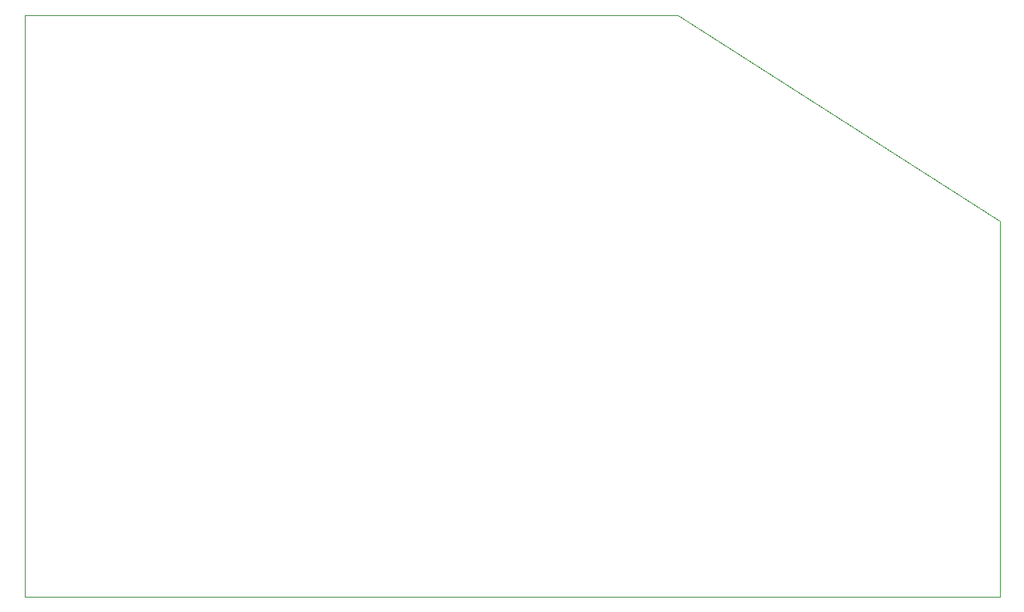
<source format=gbr>
%TF.GenerationSoftware,KiCad,Pcbnew,7.0.6-7.0.6~ubuntu22.04.1*%
%TF.CreationDate,2023-07-24T17:29:41-06:00*%
%TF.ProjectId,stepper_microscope_stage,73746570-7065-4725-9f6d-6963726f7363,rev?*%
%TF.SameCoordinates,Original*%
%TF.FileFunction,Profile,NP*%
%FSLAX46Y46*%
G04 Gerber Fmt 4.6, Leading zero omitted, Abs format (unit mm)*
G04 Created by KiCad (PCBNEW 7.0.6-7.0.6~ubuntu22.04.1) date 2023-07-24 17:29:41*
%MOMM*%
%LPD*%
G01*
G04 APERTURE LIST*
%TA.AperFunction,Profile*%
%ADD10C,0.100000*%
%TD*%
G04 APERTURE END LIST*
D10*
X182250000Y-87500000D02*
X173000000Y-87500000D01*
X216250000Y-109250000D02*
X182250000Y-87500000D01*
X113250000Y-149000000D02*
X216250000Y-149000000D01*
X113250000Y-87500000D02*
X113250000Y-149000000D01*
X173000000Y-87500000D02*
X113250000Y-87500000D01*
X216250000Y-149000000D02*
X216250000Y-109250000D01*
M02*

</source>
